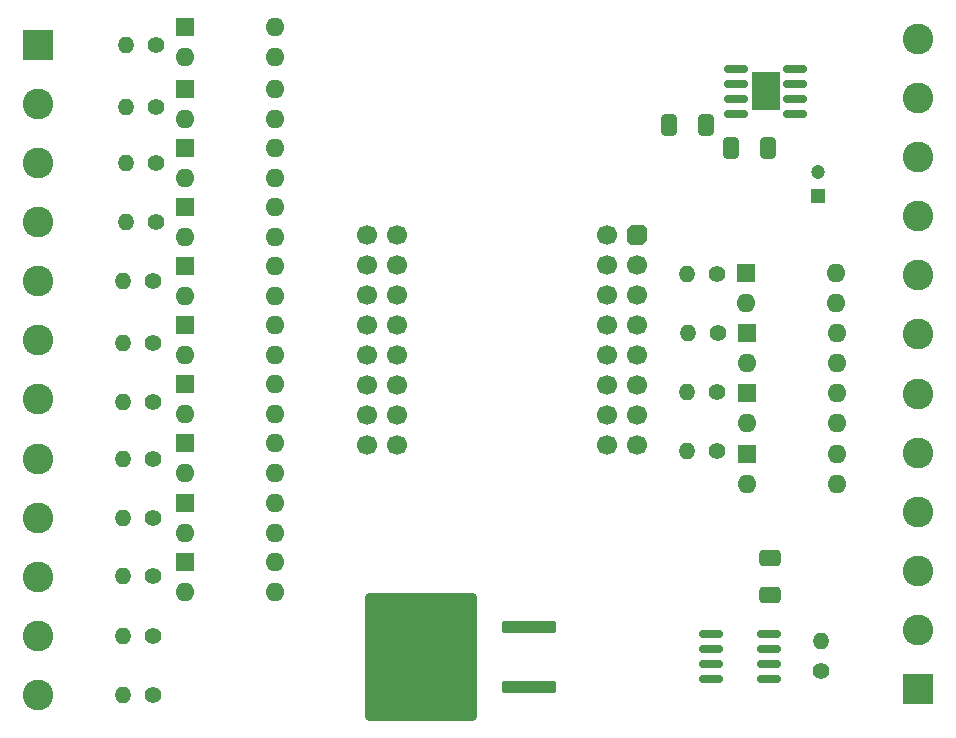
<source format=gbr>
%TF.GenerationSoftware,KiCad,Pcbnew,7.0.5*%
%TF.CreationDate,2023-06-28T09:46:49+02:00*%
%TF.ProjectId,ESP32RIO,45535033-3252-4494-9f2e-6b696361645f,rev?*%
%TF.SameCoordinates,Original*%
%TF.FileFunction,Soldermask,Top*%
%TF.FilePolarity,Negative*%
%FSLAX46Y46*%
G04 Gerber Fmt 4.6, Leading zero omitted, Abs format (unit mm)*
G04 Created by KiCad (PCBNEW 7.0.5) date 2023-06-28 09:46:49*
%MOMM*%
%LPD*%
G01*
G04 APERTURE LIST*
G04 Aperture macros list*
%AMRoundRect*
0 Rectangle with rounded corners*
0 $1 Rounding radius*
0 $2 $3 $4 $5 $6 $7 $8 $9 X,Y pos of 4 corners*
0 Add a 4 corners polygon primitive as box body*
4,1,4,$2,$3,$4,$5,$6,$7,$8,$9,$2,$3,0*
0 Add four circle primitives for the rounded corners*
1,1,$1+$1,$2,$3*
1,1,$1+$1,$4,$5*
1,1,$1+$1,$6,$7*
1,1,$1+$1,$8,$9*
0 Add four rect primitives between the rounded corners*
20,1,$1+$1,$2,$3,$4,$5,0*
20,1,$1+$1,$4,$5,$6,$7,0*
20,1,$1+$1,$6,$7,$8,$9,0*
20,1,$1+$1,$8,$9,$2,$3,0*%
%AMFreePoly0*
4,1,19,-0.850000,0.255000,-0.829726,0.408997,-0.770285,0.552500,-0.675729,0.675729,-0.552500,0.770285,-0.408997,0.829726,-0.255000,0.850000,0.510000,0.850000,0.850000,0.510000,0.850000,-0.255000,0.829726,-0.408997,0.770285,-0.552500,0.675729,-0.675729,0.552500,-0.770285,0.408997,-0.829726,0.255000,-0.850000,-0.510000,-0.850000,-0.850000,-0.510000,-0.850000,0.255000,-0.850000,0.255000,
$1*%
G04 Aperture macros list end*
%ADD10C,1.400000*%
%ADD11O,1.400000X1.400000*%
%ADD12R,1.200000X1.200000*%
%ADD13C,1.200000*%
%ADD14RoundRect,0.250000X0.412500X0.650000X-0.412500X0.650000X-0.412500X-0.650000X0.412500X-0.650000X0*%
%ADD15RoundRect,0.250000X-0.412500X-0.650000X0.412500X-0.650000X0.412500X0.650000X-0.412500X0.650000X0*%
%ADD16RoundRect,0.250000X0.650000X-0.412500X0.650000X0.412500X-0.650000X0.412500X-0.650000X-0.412500X0*%
%ADD17R,1.600000X1.600000*%
%ADD18O,1.600000X1.600000*%
%ADD19RoundRect,0.150000X-0.825000X-0.150000X0.825000X-0.150000X0.825000X0.150000X-0.825000X0.150000X0*%
%ADD20R,2.410000X3.300000*%
%ADD21RoundRect,0.250000X2.050000X0.300000X-2.050000X0.300000X-2.050000X-0.300000X2.050000X-0.300000X0*%
%ADD22RoundRect,0.250002X4.449998X5.149998X-4.449998X5.149998X-4.449998X-5.149998X4.449998X-5.149998X0*%
%ADD23R,2.600000X2.600000*%
%ADD24C,2.600000*%
%ADD25C,1.700000*%
%ADD26FreePoly0,180.000000*%
G04 APERTURE END LIST*
D10*
%TO.C,R17*%
X119220000Y-107750000D03*
D11*
X116680000Y-107750000D03*
%TD*%
D12*
%TO.C,C4*%
X175500000Y-70500000D03*
D13*
X175500000Y-68500000D03*
%TD*%
D14*
%TO.C,C3*%
X166062500Y-64500000D03*
X162937500Y-64500000D03*
%TD*%
D15*
%TO.C,C2*%
X168187500Y-66500000D03*
X171312500Y-66500000D03*
%TD*%
D16*
%TO.C,C1*%
X171500000Y-104312500D03*
X171500000Y-101187500D03*
%TD*%
D17*
%TO.C,U8*%
X121950000Y-91475000D03*
D18*
X121950000Y-94015000D03*
X129570000Y-94015000D03*
X129570000Y-91475000D03*
%TD*%
D19*
%TO.C,U21*%
X168625000Y-59770000D03*
X168625000Y-61040000D03*
X168625000Y-62310000D03*
X168625000Y-63580000D03*
X173575000Y-63580000D03*
X173575000Y-62310000D03*
X173575000Y-61040000D03*
X173575000Y-59770000D03*
D20*
X171100000Y-61675000D03*
%TD*%
D17*
%TO.C,U4*%
X121950000Y-71475000D03*
D18*
X121950000Y-74015000D03*
X129570000Y-74015000D03*
X129570000Y-71475000D03*
%TD*%
D10*
%TO.C,R7*%
X119220000Y-88000000D03*
D11*
X116680000Y-88000000D03*
%TD*%
D21*
%TO.C,U15*%
X151075000Y-112065000D03*
D22*
X141925000Y-109525000D03*
D21*
X151075000Y-106985000D03*
%TD*%
D10*
%TO.C,R3*%
X119470000Y-67750000D03*
D11*
X116930000Y-67750000D03*
%TD*%
D17*
%TO.C,U1*%
X121950000Y-56225000D03*
D18*
X121950000Y-58765000D03*
X129570000Y-58765000D03*
X129570000Y-56225000D03*
%TD*%
D10*
%TO.C,R11*%
X167002032Y-77102460D03*
D11*
X164462032Y-77102460D03*
%TD*%
D17*
%TO.C,U10*%
X121950000Y-101475000D03*
D18*
X121950000Y-104015000D03*
X129570000Y-104015000D03*
X129570000Y-101475000D03*
%TD*%
D17*
%TO.C,U14*%
X169482032Y-87234126D03*
D18*
X169482032Y-89774126D03*
X177102032Y-89774126D03*
X177102032Y-87234126D03*
%TD*%
D17*
%TO.C,U16*%
X169482032Y-92327459D03*
D18*
X169482032Y-94867459D03*
X177102032Y-94867459D03*
X177102032Y-92327459D03*
%TD*%
D10*
%TO.C,R13*%
X167002032Y-87102460D03*
D11*
X164462032Y-87102460D03*
%TD*%
D10*
%TO.C,R15*%
X175750000Y-110720000D03*
D11*
X175750000Y-108180000D03*
%TD*%
D10*
%TO.C,R6*%
X119220000Y-83000000D03*
D11*
X116680000Y-83000000D03*
%TD*%
D17*
%TO.C,U9*%
X121950000Y-96475000D03*
D18*
X121950000Y-99015000D03*
X129570000Y-99015000D03*
X129570000Y-96475000D03*
%TD*%
D10*
%TO.C,R4*%
X119470000Y-72750000D03*
D11*
X116930000Y-72750000D03*
%TD*%
D10*
%TO.C,R12*%
X167032032Y-82102460D03*
D11*
X164492032Y-82102460D03*
%TD*%
D10*
%TO.C,R9*%
X119220000Y-97750000D03*
D11*
X116680000Y-97750000D03*
%TD*%
D10*
%TO.C,R1*%
X119470000Y-57750000D03*
D11*
X116930000Y-57750000D03*
%TD*%
D10*
%TO.C,R10*%
X119220000Y-102669888D03*
D11*
X116680000Y-102669888D03*
%TD*%
D10*
%TO.C,R8*%
X119220000Y-92750000D03*
D11*
X116680000Y-92750000D03*
%TD*%
D17*
%TO.C,U12*%
X169462032Y-77047460D03*
D18*
X169462032Y-79587460D03*
X177082032Y-79587460D03*
X177082032Y-77047460D03*
%TD*%
D23*
%TO.C,J1*%
X184000000Y-112250000D03*
D24*
X184000000Y-107250000D03*
X184000000Y-102250000D03*
X184000000Y-97250000D03*
X184000000Y-92250000D03*
X184000000Y-87250000D03*
X184000000Y-82250000D03*
X184000000Y-77250000D03*
X184000000Y-72250000D03*
X184000000Y-67250000D03*
X184000000Y-62250000D03*
X184000000Y-57250000D03*
%TD*%
D10*
%TO.C,R2*%
X119470000Y-63000000D03*
D11*
X116930000Y-63000000D03*
%TD*%
D10*
%TO.C,R16*%
X119220000Y-112750000D03*
D11*
X116680000Y-112750000D03*
%TD*%
D17*
%TO.C,U3*%
X121950000Y-66475000D03*
D18*
X121950000Y-69015000D03*
X129570000Y-69015000D03*
X129570000Y-66475000D03*
%TD*%
D17*
%TO.C,U13*%
X169482032Y-82140793D03*
D18*
X169482032Y-84680793D03*
X177102032Y-84680793D03*
X177102032Y-82140793D03*
%TD*%
D17*
%TO.C,U7*%
X121950000Y-86475000D03*
D18*
X121950000Y-89015000D03*
X129570000Y-89015000D03*
X129570000Y-86475000D03*
%TD*%
D10*
%TO.C,R5*%
X119220000Y-77750000D03*
D11*
X116680000Y-77750000D03*
%TD*%
D17*
%TO.C,U5*%
X121950000Y-76475000D03*
D18*
X121950000Y-79015000D03*
X129570000Y-79015000D03*
X129570000Y-76475000D03*
%TD*%
D19*
%TO.C,U22*%
X166455000Y-107595000D03*
X166455000Y-108865000D03*
X166455000Y-110135000D03*
X166455000Y-111405000D03*
X171405000Y-111405000D03*
X171405000Y-110135000D03*
X171405000Y-108865000D03*
X171405000Y-107595000D03*
%TD*%
D17*
%TO.C,U6*%
X121950000Y-81475000D03*
D18*
X121950000Y-84015000D03*
X129570000Y-84015000D03*
X129570000Y-81475000D03*
%TD*%
D10*
%TO.C,R14*%
X167002032Y-92102460D03*
D11*
X164462032Y-92102460D03*
%TD*%
D17*
%TO.C,U2*%
X121950000Y-61475000D03*
D18*
X121950000Y-64015000D03*
X129570000Y-64015000D03*
X129570000Y-61475000D03*
%TD*%
D23*
%TO.C,J2*%
X109500000Y-57750000D03*
D24*
X109500000Y-62750000D03*
X109500000Y-67750000D03*
X109500000Y-72750000D03*
X109500000Y-77750000D03*
X109500000Y-82750000D03*
X109500000Y-87750000D03*
X109500000Y-92750000D03*
X109500000Y-97750000D03*
X109500000Y-102750000D03*
X109500000Y-107750000D03*
X109500000Y-112750000D03*
%TD*%
D25*
%TO.C,U11*%
X139842500Y-73805000D03*
X139842500Y-76345000D03*
X139842500Y-78885000D03*
X139842500Y-81425000D03*
X139842500Y-83965000D03*
X139842500Y-86505000D03*
X139842500Y-89045000D03*
X139842500Y-91585000D03*
X157622500Y-91585000D03*
X157622500Y-89045000D03*
X157622500Y-86505000D03*
X157622500Y-83965000D03*
X157622500Y-81425000D03*
X157622500Y-78885000D03*
X157622500Y-76345000D03*
X157622500Y-73805000D03*
X137302500Y-73805000D03*
X137302500Y-76345000D03*
X137302500Y-78885000D03*
X137302500Y-81425000D03*
X137302500Y-83965000D03*
X137302500Y-86505000D03*
X137302500Y-89045000D03*
X137302500Y-91585000D03*
X160162500Y-91585000D03*
X160162500Y-89045000D03*
X160162500Y-86505000D03*
X160162500Y-83965000D03*
X160162500Y-81425000D03*
X160162500Y-78885000D03*
X160162500Y-76345000D03*
D26*
X160162500Y-73805000D03*
%TD*%
M02*

</source>
